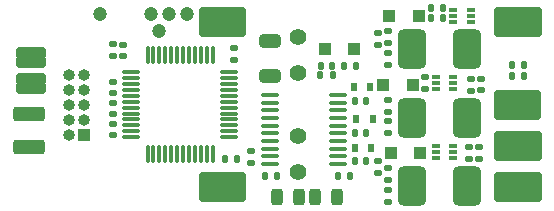
<source format=gbr>
%TF.GenerationSoftware,KiCad,Pcbnew,(6.0.5)*%
%TF.CreationDate,2022-09-11T00:02:45-04:00*%
%TF.ProjectId,GoldESC,476f6c64-4553-4432-9e6b-696361645f70,rev?*%
%TF.SameCoordinates,Original*%
%TF.FileFunction,Soldermask,Top*%
%TF.FilePolarity,Negative*%
%FSLAX46Y46*%
G04 Gerber Fmt 4.6, Leading zero omitted, Abs format (unit mm)*
G04 Created by KiCad (PCBNEW (6.0.5)) date 2022-09-11 00:02:45*
%MOMM*%
%LPD*%
G01*
G04 APERTURE LIST*
G04 Aperture macros list*
%AMRoundRect*
0 Rectangle with rounded corners*
0 $1 Rounding radius*
0 $2 $3 $4 $5 $6 $7 $8 $9 X,Y pos of 4 corners*
0 Add a 4 corners polygon primitive as box body*
4,1,4,$2,$3,$4,$5,$6,$7,$8,$9,$2,$3,0*
0 Add four circle primitives for the rounded corners*
1,1,$1+$1,$2,$3*
1,1,$1+$1,$4,$5*
1,1,$1+$1,$6,$7*
1,1,$1+$1,$8,$9*
0 Add four rect primitives between the rounded corners*
20,1,$1+$1,$2,$3,$4,$5,0*
20,1,$1+$1,$4,$5,$6,$7,0*
20,1,$1+$1,$6,$7,$8,$9,0*
20,1,$1+$1,$8,$9,$2,$3,0*%
G04 Aperture macros list end*
%ADD10RoundRect,0.135000X-0.135000X-0.185000X0.135000X-0.185000X0.135000X0.185000X-0.135000X0.185000X0*%
%ADD11R,0.700000X0.340000*%
%ADD12R,0.600000X0.700000*%
%ADD13RoundRect,0.243750X0.243750X0.456250X-0.243750X0.456250X-0.243750X-0.456250X0.243750X-0.456250X0*%
%ADD14RoundRect,0.135000X-0.185000X0.135000X-0.185000X-0.135000X0.185000X-0.135000X0.185000X0.135000X0*%
%ADD15RoundRect,0.140000X-0.170000X0.140000X-0.170000X-0.140000X0.170000X-0.140000X0.170000X0.140000X0*%
%ADD16RoundRect,0.140000X0.140000X0.170000X-0.140000X0.170000X-0.140000X-0.170000X0.140000X-0.170000X0*%
%ADD17RoundRect,0.140000X-0.140000X-0.170000X0.140000X-0.170000X0.140000X0.170000X-0.140000X0.170000X0*%
%ADD18R,1.000000X1.000000*%
%ADD19RoundRect,0.075000X-0.662500X-0.075000X0.662500X-0.075000X0.662500X0.075000X-0.662500X0.075000X0*%
%ADD20RoundRect,0.075000X-0.075000X-0.662500X0.075000X-0.662500X0.075000X0.662500X-0.075000X0.662500X0*%
%ADD21RoundRect,0.243750X-0.243750X-0.456250X0.243750X-0.456250X0.243750X0.456250X-0.243750X0.456250X0*%
%ADD22RoundRect,0.135000X0.185000X-0.135000X0.185000X0.135000X-0.185000X0.135000X-0.185000X-0.135000X0*%
%ADD23RoundRect,0.250000X1.075000X-0.375000X1.075000X0.375000X-1.075000X0.375000X-1.075000X-0.375000X0*%
%ADD24RoundRect,0.135000X0.135000X0.185000X-0.135000X0.185000X-0.135000X-0.185000X0.135000X-0.185000X0*%
%ADD25C,1.200000*%
%ADD26RoundRect,0.100000X-0.637500X-0.100000X0.637500X-0.100000X0.637500X0.100000X-0.637500X0.100000X0*%
%ADD27RoundRect,0.250000X0.250000X-0.250000X0.250000X0.250000X-0.250000X0.250000X-0.250000X-0.250000X0*%
%ADD28RoundRect,0.250000X-0.250000X0.250000X-0.250000X-0.250000X0.250000X-0.250000X0.250000X0.250000X0*%
%ADD29RoundRect,0.508000X0.711200X1.168400X-0.711200X1.168400X-0.711200X-1.168400X0.711200X-1.168400X0*%
%ADD30RoundRect,0.140000X0.170000X-0.140000X0.170000X0.140000X-0.170000X0.140000X-0.170000X-0.140000X0*%
%ADD31RoundRect,0.250000X0.250000X0.250000X-0.250000X0.250000X-0.250000X-0.250000X0.250000X-0.250000X0*%
%ADD32O,1.000000X1.000000*%
%ADD33RoundRect,0.250000X0.650000X-0.325000X0.650000X0.325000X-0.650000X0.325000X-0.650000X-0.325000X0*%
%ADD34C,1.400000*%
G04 APERTURE END LIST*
D10*
%TO.C,R43*%
X8290000Y3300000D03*
X9310000Y3300000D03*
%TD*%
D11*
%TO.C,U4*%
X17550000Y8000000D03*
X17550000Y7500000D03*
X17550000Y7000000D03*
X19050000Y7000000D03*
X19050000Y7500000D03*
X19050000Y8000000D03*
%TD*%
D12*
%TO.C,D5*%
X9300000Y-1200000D03*
X10700000Y-1200000D03*
%TD*%
D13*
%TO.C,D83*%
X4487500Y-7800000D03*
X2612500Y-7800000D03*
%TD*%
D14*
%TO.C,R21*%
X12000000Y-7190000D03*
X12000000Y-8210000D03*
%TD*%
D15*
%TO.C,C82*%
X-10400000Y5080000D03*
X-10400000Y4120000D03*
%TD*%
D16*
%TO.C,C42*%
X7280000Y3300000D03*
X6320000Y3300000D03*
%TD*%
%TO.C,C7*%
X16630000Y7300000D03*
X15670000Y7300000D03*
%TD*%
D14*
%TO.C,R10*%
X12000000Y6210000D03*
X12000000Y5190000D03*
%TD*%
D15*
%TO.C,C8*%
X19900000Y2180000D03*
X19900000Y1220000D03*
%TD*%
D17*
%TO.C,C81*%
X-1780000Y-4600000D03*
X-820000Y-4600000D03*
%TD*%
D14*
%TO.C,R12*%
X12000000Y-5390000D03*
X12000000Y-6410000D03*
%TD*%
%TO.C,R24*%
X400000Y-3890000D03*
X400000Y-4910000D03*
%TD*%
D18*
%TO.C,D1*%
X12100000Y7500000D03*
X14600000Y7500000D03*
%TD*%
D19*
%TO.C,U80*%
X-9762500Y2750000D03*
X-9762500Y2250000D03*
X-9762500Y1750000D03*
X-9762500Y1250000D03*
X-9762500Y750000D03*
X-9762500Y250000D03*
X-9762500Y-250000D03*
X-9762500Y-750000D03*
X-9762500Y-1250000D03*
X-9762500Y-1750000D03*
X-9762500Y-2250000D03*
X-9762500Y-2750000D03*
D20*
X-8350000Y-4162500D03*
X-7850000Y-4162500D03*
X-7350000Y-4162500D03*
X-6850000Y-4162500D03*
X-6350000Y-4162500D03*
X-5850000Y-4162500D03*
X-5350000Y-4162500D03*
X-4850000Y-4162500D03*
X-4350000Y-4162500D03*
X-3850000Y-4162500D03*
X-3350000Y-4162500D03*
X-2850000Y-4162500D03*
D19*
X-1437500Y-2750000D03*
X-1437500Y-2250000D03*
X-1437500Y-1750000D03*
X-1437500Y-1250000D03*
X-1437500Y-750000D03*
X-1437500Y-250000D03*
X-1437500Y250000D03*
X-1437500Y750000D03*
X-1437500Y1250000D03*
X-1437500Y1750000D03*
X-1437500Y2250000D03*
X-1437500Y2750000D03*
D20*
X-2850000Y4162500D03*
X-3350000Y4162500D03*
X-3850000Y4162500D03*
X-4350000Y4162500D03*
X-4850000Y4162500D03*
X-5350000Y4162500D03*
X-5850000Y4162500D03*
X-6350000Y4162500D03*
X-6850000Y4162500D03*
X-7350000Y4162500D03*
X-7850000Y4162500D03*
X-8350000Y4162500D03*
%TD*%
D14*
%TO.C,R32*%
X-11300000Y5110000D03*
X-11300000Y4090000D03*
%TD*%
D21*
%TO.C,D84*%
X5812500Y-7800000D03*
X7687500Y-7800000D03*
%TD*%
D22*
%TO.C,R18*%
X18850000Y-4610000D03*
X18850000Y-3590000D03*
%TD*%
D14*
%TO.C,R14*%
X15150000Y2310000D03*
X15150000Y1290000D03*
%TD*%
D23*
%TO.C,L60*%
X-18400000Y-3559000D03*
X-18400000Y-759000D03*
%TD*%
D22*
%TO.C,R15*%
X11150000Y-5760000D03*
X11150000Y-4740000D03*
%TD*%
D24*
%TO.C,R7*%
X23510000Y2400000D03*
X22490000Y2400000D03*
%TD*%
D25*
%TO.C,TP80*%
X-7350000Y6250000D03*
%TD*%
%TO.C,TP83*%
X-12350000Y7700000D03*
%TD*%
D18*
%TO.C,D42*%
X6650000Y4700000D03*
X9150000Y4700000D03*
%TD*%
D12*
%TO.C,D6*%
X9200000Y-3650000D03*
X10600000Y-3650000D03*
%TD*%
D26*
%TO.C,U2*%
X2037500Y825000D03*
X2037500Y175000D03*
X2037500Y-475000D03*
X2037500Y-1125000D03*
X2037500Y-1775000D03*
X2037500Y-2425000D03*
X2037500Y-3075000D03*
X2037500Y-3725000D03*
X2037500Y-4375000D03*
X2037500Y-5025000D03*
X7762500Y-5025000D03*
X7762500Y-4375000D03*
X7762500Y-3725000D03*
X7762500Y-3075000D03*
X7762500Y-2425000D03*
X7762500Y-1775000D03*
X7762500Y-1125000D03*
X7762500Y-475000D03*
X7762500Y175000D03*
X7762500Y825000D03*
%TD*%
D25*
%TO.C,TP81*%
X-6550000Y7700000D03*
%TD*%
D14*
%TO.C,R11*%
X12000000Y410000D03*
X12000000Y-610000D03*
%TD*%
D18*
%TO.C,J1*%
X23750000Y7000000D03*
D27*
X21500000Y6250000D03*
D18*
X22250000Y7750000D03*
X22250000Y7000000D03*
X23000000Y7750000D03*
X22250000Y6250000D03*
X24500000Y7000000D03*
X23750000Y6250000D03*
D27*
X24500000Y6250000D03*
D18*
X23750000Y7750000D03*
X23000000Y7000000D03*
X23000000Y6250000D03*
D27*
X21500000Y7750000D03*
D18*
X21500000Y7000000D03*
D27*
X24500000Y7750000D03*
%TD*%
D18*
%TO.C,J40*%
X-1250000Y-7000000D03*
X-500000Y-7000000D03*
X-1250000Y-6250000D03*
X-2000000Y-6250000D03*
X-2750000Y-7750000D03*
X-2000000Y-7000000D03*
X-2000000Y-7750000D03*
X-1250000Y-7750000D03*
X-2750000Y-6250000D03*
D28*
X-500000Y-6250000D03*
X-500000Y-7750000D03*
X-3500000Y-7750000D03*
X-3500000Y-6250000D03*
D18*
X-2750000Y-7000000D03*
X-3500000Y-7000000D03*
%TD*%
D15*
%TO.C,C88*%
X-11300000Y1930000D03*
X-11300000Y970000D03*
%TD*%
D29*
%TO.C,R1*%
X18736800Y4700000D03*
X14063200Y4700000D03*
%TD*%
D15*
%TO.C,C9*%
X19700000Y-3620000D03*
X19700000Y-4580000D03*
%TD*%
D12*
%TO.C,D4*%
X9100000Y1500000D03*
X10500000Y1500000D03*
%TD*%
D10*
%TO.C,R4*%
X22490000Y3350000D03*
X23510000Y3350000D03*
%TD*%
D25*
%TO.C,TP84*%
X-8100000Y7700000D03*
%TD*%
D29*
%TO.C,R3*%
X18736800Y-6900000D03*
X14063200Y-6900000D03*
%TD*%
D30*
%TO.C,C89*%
X-11300000Y-780000D03*
X-11300000Y180000D03*
%TD*%
D22*
%TO.C,R20*%
X12000000Y-2410000D03*
X12000000Y-1390000D03*
%TD*%
D14*
%TO.C,R19*%
X12000000Y4410000D03*
X12000000Y3390000D03*
%TD*%
D18*
%TO.C,J2*%
X22950000Y750000D03*
X22200000Y750000D03*
X23700000Y0D03*
X23700000Y-750000D03*
D27*
X21450000Y750000D03*
D18*
X24450000Y0D03*
D27*
X21450000Y-750000D03*
D18*
X22950000Y-750000D03*
X22200000Y-750000D03*
X22200000Y0D03*
X22950000Y0D03*
D27*
X24450000Y-750000D03*
X24450000Y750000D03*
D18*
X21450000Y0D03*
X23700000Y750000D03*
%TD*%
D25*
%TO.C,TP82*%
X-5000000Y7700000D03*
%TD*%
D16*
%TO.C,C5*%
X10180000Y-2400000D03*
X9220000Y-2400000D03*
%TD*%
D18*
%TO.C,D3*%
X12250000Y-4100000D03*
X14750000Y-4100000D03*
%TD*%
D31*
%TO.C,J30*%
X-17450000Y4400000D03*
X-18950000Y3650000D03*
D18*
X-18200000Y3650000D03*
D31*
X-18950000Y4400000D03*
X-17450000Y3650000D03*
D18*
X-18200000Y4400000D03*
D31*
X-17450000Y2150000D03*
D18*
X-18200000Y1400000D03*
D31*
X-18950000Y2150000D03*
D18*
X-18200000Y2150000D03*
D31*
X-18950000Y1400000D03*
X-17450000Y1400000D03*
%TD*%
D15*
%TO.C,C84*%
X-11300000Y-1620000D03*
X-11300000Y-2580000D03*
%TD*%
D10*
%TO.C,R42*%
X6290000Y2500000D03*
X7310000Y2500000D03*
%TD*%
D18*
%TO.C,J81*%
X-13765000Y-2540000D03*
D32*
X-15035000Y-2540000D03*
X-13765000Y-1270000D03*
X-15035000Y-1270000D03*
X-13765000Y0D03*
X-15035000Y0D03*
X-13765000Y1270000D03*
X-15035000Y1270000D03*
X-13765000Y2540000D03*
X-15035000Y2540000D03*
%TD*%
D22*
%TO.C,R17*%
X19050000Y1190000D03*
X19050000Y2210000D03*
%TD*%
D11*
%TO.C,U5*%
X16050000Y2300000D03*
X16050000Y1800000D03*
X16050000Y1300000D03*
X17550000Y1300000D03*
X17550000Y1800000D03*
X17550000Y2300000D03*
%TD*%
D28*
%TO.C,J41*%
X-500000Y6250000D03*
D18*
X-3500000Y7000000D03*
X-2750000Y6250000D03*
X-1250000Y7000000D03*
D28*
X-500000Y7750000D03*
D18*
X-2750000Y7750000D03*
X-2000000Y7750000D03*
D28*
X-3500000Y7750000D03*
D18*
X-2000000Y6250000D03*
X-2000000Y7000000D03*
X-2750000Y7000000D03*
X-1250000Y7750000D03*
X-1250000Y6250000D03*
X-500000Y7000000D03*
D28*
X-3500000Y6250000D03*
%TD*%
D18*
%TO.C,D2*%
X11600000Y1700000D03*
X14100000Y1700000D03*
%TD*%
D16*
%TO.C,C6*%
X10180000Y-4800000D03*
X9220000Y-4800000D03*
%TD*%
D10*
%TO.C,R16*%
X15640000Y8150000D03*
X16660000Y8150000D03*
%TD*%
D15*
%TO.C,C83*%
X-1000000Y4780000D03*
X-1000000Y3820000D03*
%TD*%
D18*
%TO.C,J4*%
X22250000Y-4250000D03*
D28*
X24500000Y-2750000D03*
D18*
X23750000Y-2750000D03*
D28*
X21500000Y-4250000D03*
D18*
X21500000Y-3500000D03*
X23000000Y-4250000D03*
X23750000Y-3500000D03*
X22250000Y-3500000D03*
X23000000Y-2750000D03*
X24500000Y-3500000D03*
X23750000Y-4250000D03*
X22250000Y-2750000D03*
D28*
X24500000Y-4250000D03*
X21500000Y-2750000D03*
D18*
X23000000Y-3500000D03*
%TD*%
D17*
%TO.C,C4*%
X9220000Y300000D03*
X10180000Y300000D03*
%TD*%
D33*
%TO.C,C10*%
X2000000Y2400000D03*
X2000000Y5350000D03*
%TD*%
D22*
%TO.C,R13*%
X11150000Y5040000D03*
X11150000Y6060000D03*
%TD*%
D29*
%TO.C,R2*%
X18736800Y-1100000D03*
X14063200Y-1100000D03*
%TD*%
D24*
%TO.C,R22*%
X8810000Y-6050000D03*
X7790000Y-6050000D03*
%TD*%
%TO.C,R23*%
X2610000Y-6050000D03*
X1590000Y-6050000D03*
%TD*%
D27*
%TO.C,J3*%
X21500000Y-6250000D03*
X21500000Y-7750000D03*
D18*
X23750000Y-6250000D03*
D27*
X24500000Y-6250000D03*
X24500000Y-7750000D03*
D18*
X23000000Y-7000000D03*
X24500000Y-7000000D03*
X22250000Y-6250000D03*
X21500000Y-7000000D03*
X23000000Y-7750000D03*
X22250000Y-7000000D03*
X22250000Y-7750000D03*
X23750000Y-7750000D03*
X23000000Y-6250000D03*
X23750000Y-7000000D03*
%TD*%
D11*
%TO.C,U6*%
X16050000Y-3500000D03*
X16050000Y-4000000D03*
X16050000Y-4500000D03*
X17550000Y-4500000D03*
X17550000Y-4000000D03*
X17550000Y-3500000D03*
%TD*%
D34*
%TO.C,C40*%
X4400000Y-5691000D03*
X4400000Y-2691000D03*
%TD*%
%TO.C,C41*%
X4400000Y2700000D03*
X4400000Y5700000D03*
%TD*%
M02*

</source>
